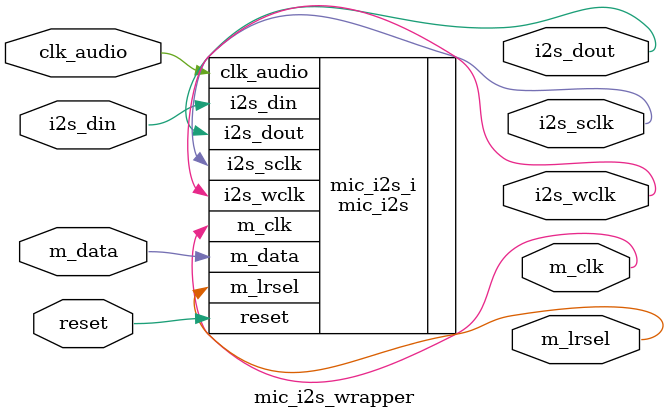
<source format=v>
`timescale 1 ps / 1 ps

module mic_i2s_wrapper
   (clk_audio,
    i2s_din,
    i2s_dout,
    i2s_sclk,
    i2s_wclk,
    m_clk,
    m_data,
    m_lrsel,
    reset);
  input clk_audio;
  input i2s_din;
  output i2s_dout;
  output i2s_sclk;
  output i2s_wclk;
  output m_clk;
  input m_data;
  output m_lrsel;
  input reset;

  wire clk_audio;
  wire i2s_din;
  wire i2s_dout;
  wire i2s_sclk;
  wire i2s_wclk;
  wire m_clk;
  wire m_data;
  wire m_lrsel;
  wire reset;

  mic_i2s mic_i2s_i
       (.clk_audio(clk_audio),
        .i2s_din(i2s_din),
        .i2s_dout(i2s_dout),
        .i2s_sclk(i2s_sclk),
        .i2s_wclk(i2s_wclk),
        .m_clk(m_clk),
        .m_data(m_data),
        .m_lrsel(m_lrsel),
        .reset(reset));
endmodule

</source>
